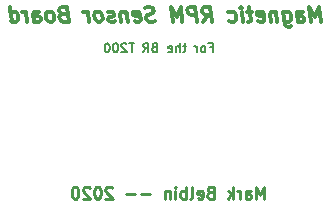
<source format=gbo>
G04 #@! TF.GenerationSoftware,KiCad,Pcbnew,(5.1.5)-3*
G04 #@! TF.CreationDate,2020-01-28T19:09:49-03:30*
G04 #@! TF.ProjectId,RPM Sensor,52504d20-5365-46e7-936f-722e6b696361,rev?*
G04 #@! TF.SameCoordinates,Original*
G04 #@! TF.FileFunction,Legend,Bot*
G04 #@! TF.FilePolarity,Positive*
%FSLAX46Y46*%
G04 Gerber Fmt 4.6, Leading zero omitted, Abs format (unit mm)*
G04 Created by KiCad (PCBNEW (5.1.5)-3) date 2020-01-28 19:09:49*
%MOMM*%
%LPD*%
G04 APERTURE LIST*
%ADD10C,0.150000*%
%ADD11C,0.250000*%
%ADD12C,0.312500*%
G04 APERTURE END LIST*
D10*
X103603571Y-95246428D02*
X103853571Y-95246428D01*
X103853571Y-95639285D02*
X103853571Y-94889285D01*
X103496428Y-94889285D01*
X103103571Y-95639285D02*
X103175000Y-95603571D01*
X103210714Y-95567857D01*
X103246428Y-95496428D01*
X103246428Y-95282142D01*
X103210714Y-95210714D01*
X103175000Y-95175000D01*
X103103571Y-95139285D01*
X102996428Y-95139285D01*
X102925000Y-95175000D01*
X102889285Y-95210714D01*
X102853571Y-95282142D01*
X102853571Y-95496428D01*
X102889285Y-95567857D01*
X102925000Y-95603571D01*
X102996428Y-95639285D01*
X103103571Y-95639285D01*
X102532142Y-95639285D02*
X102532142Y-95139285D01*
X102532142Y-95282142D02*
X102496428Y-95210714D01*
X102460714Y-95175000D01*
X102389285Y-95139285D01*
X102317857Y-95139285D01*
X101603571Y-95139285D02*
X101317857Y-95139285D01*
X101496428Y-94889285D02*
X101496428Y-95532142D01*
X101460714Y-95603571D01*
X101389285Y-95639285D01*
X101317857Y-95639285D01*
X101067857Y-95639285D02*
X101067857Y-94889285D01*
X100746428Y-95639285D02*
X100746428Y-95246428D01*
X100782142Y-95175000D01*
X100853571Y-95139285D01*
X100960714Y-95139285D01*
X101032142Y-95175000D01*
X101067857Y-95210714D01*
X100103571Y-95603571D02*
X100175000Y-95639285D01*
X100317857Y-95639285D01*
X100389285Y-95603571D01*
X100425000Y-95532142D01*
X100425000Y-95246428D01*
X100389285Y-95175000D01*
X100317857Y-95139285D01*
X100175000Y-95139285D01*
X100103571Y-95175000D01*
X100067857Y-95246428D01*
X100067857Y-95317857D01*
X100425000Y-95389285D01*
X98925000Y-95246428D02*
X98817857Y-95282142D01*
X98782142Y-95317857D01*
X98746428Y-95389285D01*
X98746428Y-95496428D01*
X98782142Y-95567857D01*
X98817857Y-95603571D01*
X98889285Y-95639285D01*
X99175000Y-95639285D01*
X99175000Y-94889285D01*
X98925000Y-94889285D01*
X98853571Y-94925000D01*
X98817857Y-94960714D01*
X98782142Y-95032142D01*
X98782142Y-95103571D01*
X98817857Y-95175000D01*
X98853571Y-95210714D01*
X98925000Y-95246428D01*
X99175000Y-95246428D01*
X97996428Y-95639285D02*
X98246428Y-95282142D01*
X98425000Y-95639285D02*
X98425000Y-94889285D01*
X98139285Y-94889285D01*
X98067857Y-94925000D01*
X98032142Y-94960714D01*
X97996428Y-95032142D01*
X97996428Y-95139285D01*
X98032142Y-95210714D01*
X98067857Y-95246428D01*
X98139285Y-95282142D01*
X98425000Y-95282142D01*
X97210714Y-94889285D02*
X96782142Y-94889285D01*
X96996428Y-95639285D02*
X96996428Y-94889285D01*
X96567857Y-94960714D02*
X96532142Y-94925000D01*
X96460714Y-94889285D01*
X96282142Y-94889285D01*
X96210714Y-94925000D01*
X96175000Y-94960714D01*
X96139285Y-95032142D01*
X96139285Y-95103571D01*
X96175000Y-95210714D01*
X96603571Y-95639285D01*
X96139285Y-95639285D01*
X95675000Y-94889285D02*
X95603571Y-94889285D01*
X95532142Y-94925000D01*
X95496428Y-94960714D01*
X95460714Y-95032142D01*
X95425000Y-95175000D01*
X95425000Y-95353571D01*
X95460714Y-95496428D01*
X95496428Y-95567857D01*
X95532142Y-95603571D01*
X95603571Y-95639285D01*
X95675000Y-95639285D01*
X95746428Y-95603571D01*
X95782142Y-95567857D01*
X95817857Y-95496428D01*
X95853571Y-95353571D01*
X95853571Y-95175000D01*
X95817857Y-95032142D01*
X95782142Y-94960714D01*
X95746428Y-94925000D01*
X95675000Y-94889285D01*
X94960714Y-94889285D02*
X94889285Y-94889285D01*
X94817857Y-94925000D01*
X94782142Y-94960714D01*
X94746428Y-95032142D01*
X94710714Y-95175000D01*
X94710714Y-95353571D01*
X94746428Y-95496428D01*
X94782142Y-95567857D01*
X94817857Y-95603571D01*
X94889285Y-95639285D01*
X94960714Y-95639285D01*
X95032142Y-95603571D01*
X95067857Y-95567857D01*
X95103571Y-95496428D01*
X95139285Y-95353571D01*
X95139285Y-95175000D01*
X95103571Y-95032142D01*
X95067857Y-94960714D01*
X95032142Y-94925000D01*
X94960714Y-94889285D01*
D11*
X108219047Y-108052380D02*
X108219047Y-107052380D01*
X107885714Y-107766666D01*
X107552380Y-107052380D01*
X107552380Y-108052380D01*
X106647619Y-108052380D02*
X106647619Y-107528571D01*
X106695238Y-107433333D01*
X106790476Y-107385714D01*
X106980952Y-107385714D01*
X107076190Y-107433333D01*
X106647619Y-108004761D02*
X106742857Y-108052380D01*
X106980952Y-108052380D01*
X107076190Y-108004761D01*
X107123809Y-107909523D01*
X107123809Y-107814285D01*
X107076190Y-107719047D01*
X106980952Y-107671428D01*
X106742857Y-107671428D01*
X106647619Y-107623809D01*
X106171428Y-108052380D02*
X106171428Y-107385714D01*
X106171428Y-107576190D02*
X106123809Y-107480952D01*
X106076190Y-107433333D01*
X105980952Y-107385714D01*
X105885714Y-107385714D01*
X105552380Y-108052380D02*
X105552380Y-107052380D01*
X105457142Y-107671428D02*
X105171428Y-108052380D01*
X105171428Y-107385714D02*
X105552380Y-107766666D01*
X103647619Y-107528571D02*
X103504761Y-107576190D01*
X103457142Y-107623809D01*
X103409523Y-107719047D01*
X103409523Y-107861904D01*
X103457142Y-107957142D01*
X103504761Y-108004761D01*
X103600000Y-108052380D01*
X103980952Y-108052380D01*
X103980952Y-107052380D01*
X103647619Y-107052380D01*
X103552380Y-107100000D01*
X103504761Y-107147619D01*
X103457142Y-107242857D01*
X103457142Y-107338095D01*
X103504761Y-107433333D01*
X103552380Y-107480952D01*
X103647619Y-107528571D01*
X103980952Y-107528571D01*
X102600000Y-108004761D02*
X102695238Y-108052380D01*
X102885714Y-108052380D01*
X102980952Y-108004761D01*
X103028571Y-107909523D01*
X103028571Y-107528571D01*
X102980952Y-107433333D01*
X102885714Y-107385714D01*
X102695238Y-107385714D01*
X102600000Y-107433333D01*
X102552380Y-107528571D01*
X102552380Y-107623809D01*
X103028571Y-107719047D01*
X101980952Y-108052380D02*
X102076190Y-108004761D01*
X102123809Y-107909523D01*
X102123809Y-107052380D01*
X101600000Y-108052380D02*
X101600000Y-107052380D01*
X101600000Y-107433333D02*
X101504761Y-107385714D01*
X101314285Y-107385714D01*
X101219047Y-107433333D01*
X101171428Y-107480952D01*
X101123809Y-107576190D01*
X101123809Y-107861904D01*
X101171428Y-107957142D01*
X101219047Y-108004761D01*
X101314285Y-108052380D01*
X101504761Y-108052380D01*
X101600000Y-108004761D01*
X100695238Y-108052380D02*
X100695238Y-107385714D01*
X100695238Y-107052380D02*
X100742857Y-107100000D01*
X100695238Y-107147619D01*
X100647619Y-107100000D01*
X100695238Y-107052380D01*
X100695238Y-107147619D01*
X100219047Y-107385714D02*
X100219047Y-108052380D01*
X100219047Y-107480952D02*
X100171428Y-107433333D01*
X100076190Y-107385714D01*
X99933333Y-107385714D01*
X99838095Y-107433333D01*
X99790476Y-107528571D01*
X99790476Y-108052380D01*
X98552380Y-107671428D02*
X97790476Y-107671428D01*
X97314285Y-107671428D02*
X96552380Y-107671428D01*
X95361904Y-107147619D02*
X95314285Y-107100000D01*
X95219047Y-107052380D01*
X94980952Y-107052380D01*
X94885714Y-107100000D01*
X94838095Y-107147619D01*
X94790476Y-107242857D01*
X94790476Y-107338095D01*
X94838095Y-107480952D01*
X95409523Y-108052380D01*
X94790476Y-108052380D01*
X94171428Y-107052380D02*
X94076190Y-107052380D01*
X93980952Y-107100000D01*
X93933333Y-107147619D01*
X93885714Y-107242857D01*
X93838095Y-107433333D01*
X93838095Y-107671428D01*
X93885714Y-107861904D01*
X93933333Y-107957142D01*
X93980952Y-108004761D01*
X94076190Y-108052380D01*
X94171428Y-108052380D01*
X94266666Y-108004761D01*
X94314285Y-107957142D01*
X94361904Y-107861904D01*
X94409523Y-107671428D01*
X94409523Y-107433333D01*
X94361904Y-107242857D01*
X94314285Y-107147619D01*
X94266666Y-107100000D01*
X94171428Y-107052380D01*
X93457142Y-107147619D02*
X93409523Y-107100000D01*
X93314285Y-107052380D01*
X93076190Y-107052380D01*
X92980952Y-107100000D01*
X92933333Y-107147619D01*
X92885714Y-107242857D01*
X92885714Y-107338095D01*
X92933333Y-107480952D01*
X93504761Y-108052380D01*
X92885714Y-108052380D01*
X92266666Y-107052380D02*
X92171428Y-107052380D01*
X92076190Y-107100000D01*
X92028571Y-107147619D01*
X91980952Y-107242857D01*
X91933333Y-107433333D01*
X91933333Y-107671428D01*
X91980952Y-107861904D01*
X92028571Y-107957142D01*
X92076190Y-108004761D01*
X92171428Y-108052380D01*
X92266666Y-108052380D01*
X92361904Y-108004761D01*
X92409523Y-107957142D01*
X92457142Y-107861904D01*
X92504761Y-107671428D01*
X92504761Y-107433333D01*
X92457142Y-107242857D01*
X92409523Y-107147619D01*
X92361904Y-107100000D01*
X92266666Y-107052380D01*
D12*
X113030375Y-93065476D02*
X112874125Y-91815476D01*
X112569066Y-92708333D01*
X112040792Y-91815476D01*
X112197042Y-93065476D01*
X111066090Y-93065476D02*
X110984244Y-92410714D01*
X111028887Y-92291666D01*
X111140494Y-92232142D01*
X111378590Y-92232142D01*
X111505078Y-92291666D01*
X111058649Y-93005952D02*
X111185137Y-93065476D01*
X111482756Y-93065476D01*
X111594363Y-93005952D01*
X111639006Y-92886904D01*
X111624125Y-92767857D01*
X111549720Y-92648809D01*
X111423232Y-92589285D01*
X111125613Y-92589285D01*
X110999125Y-92529761D01*
X109830970Y-92232142D02*
X109957459Y-93244047D01*
X110031863Y-93363095D01*
X110098828Y-93422619D01*
X110225316Y-93482142D01*
X110403887Y-93482142D01*
X110515494Y-93422619D01*
X109927697Y-93005952D02*
X110054185Y-93065476D01*
X110292280Y-93065476D01*
X110403887Y-93005952D01*
X110455970Y-92946428D01*
X110500613Y-92827380D01*
X110455970Y-92470238D01*
X110381566Y-92351190D01*
X110314601Y-92291666D01*
X110188113Y-92232142D01*
X109950018Y-92232142D01*
X109838411Y-92291666D01*
X109235732Y-92232142D02*
X109339899Y-93065476D01*
X109250613Y-92351190D02*
X109183649Y-92291666D01*
X109057161Y-92232142D01*
X108878590Y-92232142D01*
X108766982Y-92291666D01*
X108722340Y-92410714D01*
X108804185Y-93065476D01*
X107725316Y-93005952D02*
X107851804Y-93065476D01*
X108089899Y-93065476D01*
X108201506Y-93005952D01*
X108246149Y-92886904D01*
X108186625Y-92410714D01*
X108112220Y-92291666D01*
X107985732Y-92232142D01*
X107747637Y-92232142D01*
X107636030Y-92291666D01*
X107591387Y-92410714D01*
X107606268Y-92529761D01*
X108216387Y-92648809D01*
X107211923Y-92232142D02*
X106735732Y-92232142D01*
X106981268Y-91815476D02*
X107115197Y-92886904D01*
X107070554Y-93005952D01*
X106958947Y-93065476D01*
X106839899Y-93065476D01*
X106423232Y-93065476D02*
X106319066Y-92232142D01*
X106266982Y-91815476D02*
X106333947Y-91875000D01*
X106281863Y-91934523D01*
X106214899Y-91875000D01*
X106266982Y-91815476D01*
X106281863Y-91934523D01*
X105284840Y-93005952D02*
X105411328Y-93065476D01*
X105649423Y-93065476D01*
X105761030Y-93005952D01*
X105813113Y-92946428D01*
X105857756Y-92827380D01*
X105813113Y-92470238D01*
X105738709Y-92351190D01*
X105671744Y-92291666D01*
X105545256Y-92232142D01*
X105307161Y-92232142D01*
X105195554Y-92291666D01*
X103089899Y-93065476D02*
X103432161Y-92470238D01*
X103804185Y-93065476D02*
X103647935Y-91815476D01*
X103171744Y-91815476D01*
X103060137Y-91875000D01*
X103008054Y-91934523D01*
X102963411Y-92053571D01*
X102985732Y-92232142D01*
X103060137Y-92351190D01*
X103127101Y-92410714D01*
X103253590Y-92470238D01*
X103729780Y-92470238D01*
X102554185Y-93065476D02*
X102397935Y-91815476D01*
X101921744Y-91815476D01*
X101810137Y-91875000D01*
X101758054Y-91934523D01*
X101713411Y-92053571D01*
X101735732Y-92232142D01*
X101810137Y-92351190D01*
X101877101Y-92410714D01*
X102003590Y-92470238D01*
X102479780Y-92470238D01*
X101304185Y-93065476D02*
X101147935Y-91815476D01*
X100842875Y-92708333D01*
X100314601Y-91815476D01*
X100470851Y-93065476D01*
X98975316Y-93005952D02*
X98804185Y-93065476D01*
X98506566Y-93065476D01*
X98380078Y-93005952D01*
X98313113Y-92946428D01*
X98238709Y-92827380D01*
X98223828Y-92708333D01*
X98268470Y-92589285D01*
X98320554Y-92529761D01*
X98432161Y-92470238D01*
X98662816Y-92410714D01*
X98774423Y-92351190D01*
X98826506Y-92291666D01*
X98871149Y-92172619D01*
X98856268Y-92053571D01*
X98781863Y-91934523D01*
X98714899Y-91875000D01*
X98588411Y-91815476D01*
X98290792Y-91815476D01*
X98119661Y-91875000D01*
X97249125Y-93005952D02*
X97375613Y-93065476D01*
X97613709Y-93065476D01*
X97725316Y-93005952D01*
X97769959Y-92886904D01*
X97710435Y-92410714D01*
X97636030Y-92291666D01*
X97509542Y-92232142D01*
X97271447Y-92232142D01*
X97159840Y-92291666D01*
X97115197Y-92410714D01*
X97130078Y-92529761D01*
X97740197Y-92648809D01*
X96557161Y-92232142D02*
X96661328Y-93065476D01*
X96572042Y-92351190D02*
X96505078Y-92291666D01*
X96378590Y-92232142D01*
X96200018Y-92232142D01*
X96088411Y-92291666D01*
X96043768Y-92410714D01*
X96125613Y-93065476D01*
X95582459Y-93005952D02*
X95470851Y-93065476D01*
X95232756Y-93065476D01*
X95106268Y-93005952D01*
X95031863Y-92886904D01*
X95024423Y-92827380D01*
X95069066Y-92708333D01*
X95180673Y-92648809D01*
X95359244Y-92648809D01*
X95470851Y-92589285D01*
X95515494Y-92470238D01*
X95508054Y-92410714D01*
X95433649Y-92291666D01*
X95307161Y-92232142D01*
X95128590Y-92232142D01*
X95016982Y-92291666D01*
X94339899Y-93065476D02*
X94451506Y-93005952D01*
X94503590Y-92946428D01*
X94548232Y-92827380D01*
X94503590Y-92470238D01*
X94429185Y-92351190D01*
X94362220Y-92291666D01*
X94235732Y-92232142D01*
X94057161Y-92232142D01*
X93945554Y-92291666D01*
X93893470Y-92351190D01*
X93848828Y-92470238D01*
X93893470Y-92827380D01*
X93967875Y-92946428D01*
X94034840Y-93005952D01*
X94161328Y-93065476D01*
X94339899Y-93065476D01*
X93387518Y-93065476D02*
X93283351Y-92232142D01*
X93313113Y-92470238D02*
X93238709Y-92351190D01*
X93171744Y-92291666D01*
X93045256Y-92232142D01*
X92926209Y-92232142D01*
X91162816Y-92410714D02*
X90991685Y-92470238D01*
X90939601Y-92529761D01*
X90894959Y-92648809D01*
X90917280Y-92827380D01*
X90991685Y-92946428D01*
X91058649Y-93005952D01*
X91185137Y-93065476D01*
X91661328Y-93065476D01*
X91505078Y-91815476D01*
X91088411Y-91815476D01*
X90976804Y-91875000D01*
X90924720Y-91934523D01*
X90880078Y-92053571D01*
X90894959Y-92172619D01*
X90969363Y-92291666D01*
X91036328Y-92351190D01*
X91162816Y-92410714D01*
X91579482Y-92410714D01*
X90232756Y-93065476D02*
X90344363Y-93005952D01*
X90396447Y-92946428D01*
X90441090Y-92827380D01*
X90396447Y-92470238D01*
X90322042Y-92351190D01*
X90255078Y-92291666D01*
X90128590Y-92232142D01*
X89950018Y-92232142D01*
X89838411Y-92291666D01*
X89786328Y-92351190D01*
X89741685Y-92470238D01*
X89786328Y-92827380D01*
X89860732Y-92946428D01*
X89927697Y-93005952D01*
X90054185Y-93065476D01*
X90232756Y-93065476D01*
X88744661Y-93065476D02*
X88662816Y-92410714D01*
X88707459Y-92291666D01*
X88819066Y-92232142D01*
X89057161Y-92232142D01*
X89183649Y-92291666D01*
X88737220Y-93005952D02*
X88863709Y-93065476D01*
X89161328Y-93065476D01*
X89272935Y-93005952D01*
X89317578Y-92886904D01*
X89302697Y-92767857D01*
X89228292Y-92648809D01*
X89101804Y-92589285D01*
X88804185Y-92589285D01*
X88677697Y-92529761D01*
X88149423Y-93065476D02*
X88045256Y-92232142D01*
X88075018Y-92470238D02*
X88000613Y-92351190D01*
X87933649Y-92291666D01*
X87807161Y-92232142D01*
X87688113Y-92232142D01*
X86839899Y-93065476D02*
X86683649Y-91815476D01*
X86832459Y-93005952D02*
X86958947Y-93065476D01*
X87197042Y-93065476D01*
X87308649Y-93005952D01*
X87360732Y-92946428D01*
X87405375Y-92827380D01*
X87360732Y-92470238D01*
X87286328Y-92351190D01*
X87219363Y-92291666D01*
X87092875Y-92232142D01*
X86854780Y-92232142D01*
X86743173Y-92291666D01*
M02*

</source>
